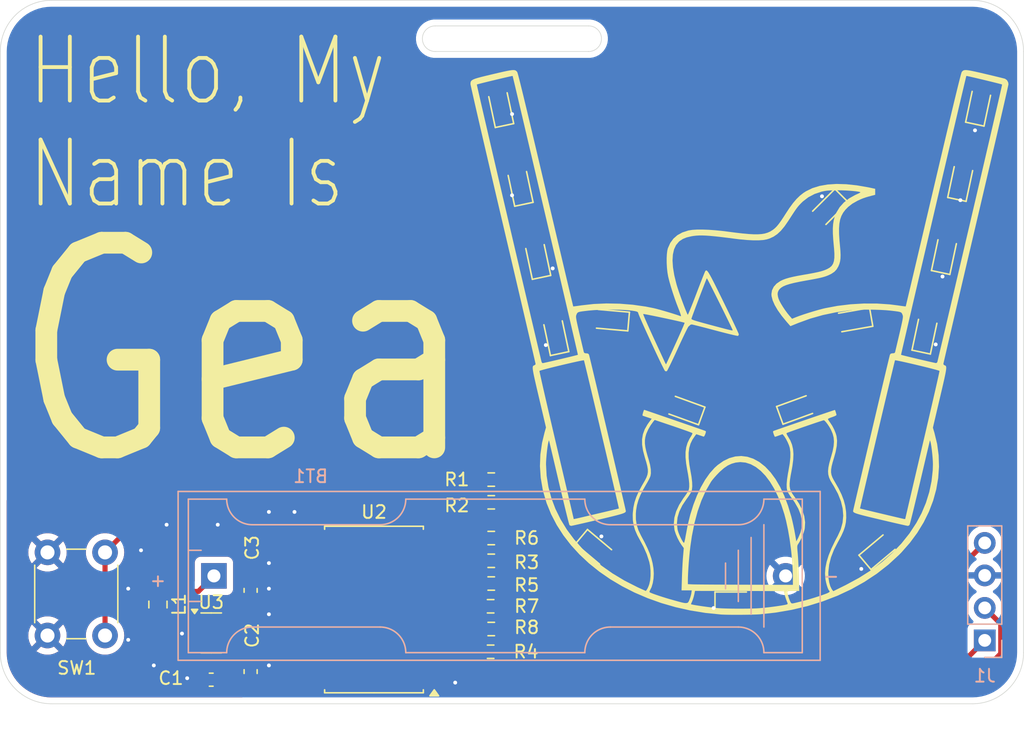
<source format=kicad_pcb>
(kicad_pcb (version 20240108) (generator "pcbnew") (generator_version "8.0")
  (layers (0 "F.Cu" signal) (31 "B.Cu" signal) (34 "B.Paste" user) (35 "F.Paste" user) (36 "B.SilkS" user "B.Silkscreen") (37 "F.SilkS" user "F.Silkscreen") (38 "B.Mask" user) (39 "F.Mask" user) (44 "Edge.Cuts" user))
  (net 0 "")
  (net 1 "Net-(BT1-+)")
  (net 2 "GND")
  (net 3 "+3.3V")
  (net 4 "Net-(D1-A)")
  (net 5 "/Mcu/pwm6")
  (net 6 "/Mcu/pwm7")
  (net 7 "/Mcu/pwm0")
  (net 8 "Net-(D10-A)")
  (net 9 "/Mcu/pwm1")
  (net 10 "/Mcu/pwm2")
  (net 11 "/Mcu/pwm3")
  (net 12 "/Mcu/pwm4")
  (net 13 "Net-(D13-A)")
  (net 14 "/Mcu/pwm5")
  (net 15 "/Mcu/UPDI_RSTN")
  (net 16 "/Mcu/UPDI_PROG")
  (net 21 "/Mcu/cathode0")
  (net 22 "/Mcu/cathode1")
  (net 23 "/Mcu/switch")
  (net 24 "Net-(D5-A)")
  (net 25 "Net-(D9-A)")
  (net 26 "Net-(D11-A)")
  (net 27 "Net-(D12-A)")
  (net 28 "Net-(D14-A)")
  (net 29 "Net-(U3-SW)")
  (footprint "Package_SO:SOIC-20W_7.5x12.8mm_P1.27mm" (layer "F.Cu") (at 69.215 87.63 180)
    (property "Reference" "U2" (at 0 7.62 0) (layer "F.SilkS"))
    (property "Value" "AVR16DD20-I/SO")
    (pad "1" smd roundrect (at -4.65 -5.715 180) (size 2.05 0.6) (layers "F.Cu" "F.Paste" "F.Mask") (net 2 "GND"))
    (pad "2" smd roundrect (at -4.65 -4.445 180) (size 2.05 0.6) (layers "F.Cu" "F.Paste" "F.Mask") (net 15 "/Mcu/UPDI_RSTN"))
    (pad "3" smd roundrect (at -4.65 -3.175 180) (size 2.05 0.6) (layers "F.Cu" "F.Paste" "F.Mask") (net 16 "/Mcu/UPDI_PROG"))
    (pad "4" smd roundrect (at -4.65 -1.905 180) (size 2.05 0.6) (layers "F.Cu" "F.Paste" "F.Mask") (net 7 "/Mcu/pwm0"))
    (pad "5" smd roundrect (at -4.65 -0.635 180) (size 2.05 0.6) (layers "F.Cu" "F.Paste" "F.Mask") (net 9 "/Mcu/pwm1"))
    (pad "6" smd roundrect (at -4.65 0.635 180) (size 2.05 0.6) (layers "F.Cu" "F.Paste" "F.Mask") (net 10 "/Mcu/pwm2"))
    (pad "7" smd roundrect (at -4.65 1.905 180) (size 2.05 0.6) (layers "F.Cu" "F.Paste" "F.Mask") (net 11 "/Mcu/pwm3"))
    (pad "8" smd roundrect (at -4.65 3.175 180) (size 2.05 0.6) (layers "F.Cu" "F.Paste" "F.Mask") (net 12 "/Mcu/pwm4"))
    (pad "9" smd roundrect (at -4.65 4.445 180) (size 2.05 0.6) (layers "F.Cu" "F.Paste" "F.Mask") (net 14 "/Mcu/pwm5"))
    (pad "10" smd roundrect (at -4.65 5.715 180) (size 2.05 0.6) (layers "F.Cu" "F.Paste" "F.Mask") (net 21 "/Mcu/cathode0"))
    (pad "11" smd roundrect (at 4.65 5.715 180) (size 2.05 0.6) (layers "F.Cu" "F.Paste" "F.Mask") (net 22 "/Mcu/cathode1"))
    (pad "12" smd roundrect (at 4.65 4.445 180) (size 2.05 0.6) (layers "F.Cu" "F.Paste" "F.Mask") (net 23 "/Mcu/switch"))
    (pad "13" smd roundrect (at 4.65 3.175 180) (size 2.05 0.6) (layers "F.Cu" "F.Paste" "F.Mask"))
    (pad "14" smd roundrect (at 4.65 1.905 180) (size 2.05 0.6) (layers "F.Cu" "F.Paste" "F.Mask"))
    (pad "15" smd roundrect (at 4.65 0.635 180) (size 2.05 0.6) (layers "F.Cu" "F.Paste" "F.Mask") (net 3 "+3.3V"))
    (pad "16" smd roundrect (at 4.65 -0.635 180) (size 2.05 0.6) (layers "F.Cu" "F.Paste" "F.Mask") (net 5 "/Mcu/pwm6"))
    (pad "17" smd roundrect (at 4.65 -1.905 180) (size 2.05 0.6) (layers "F.Cu" "F.Paste" "F.Mask") (net 6 "/Mcu/pwm7"))
    (pad "18" smd roundrect (at 4.65 -3.175 180) (size 2.05 0.6) (layers "F.Cu" "F.Paste" "F.Mask"))
    (pad "19" smd roundrect (at 4.65 -4.445 180) (size 2.05 0.6) (layers "F.Cu" "F.Paste" "F.Mask"))
    (pad "20" smd roundrect (at 4.65 -5.715 180) (size 2.05 0.6) (layers "F.Cu" "F.Paste" "F.Mask") (net 3 "+3.3V"))
  )
  (footprint "LED_SMD:LED_0603_1608Metric_Pad1.05x0.95mm_HandSolder" (layer "F.Cu") (at 112.340077 65.879879 78)
    (property "Reference" "D8" (hide yes))
    (property "Value" "LTST-C190KFKT")
    (pad "1" smd roundrect (at -0.875 0 78) (size 1.05 0.95) (layers "F.Cu" "F.Paste" "F.Mask") (net 2 "GND"))
    (pad "2" smd roundrect (at 0.875 0 78) (size 1.05 0.95) (layers "F.Cu" "F.Paste" "F.Mask") (net 24 "Net-(D5-A)"))
  )
  (footprint "Resistor_SMD:R_0603_1608Metric_Pad0.98x0.95mm_HandSolder" (layer "F.Cu") (at 78.3825 85.598)
    (property "Reference" "R5" (at 2.7705 0.127 0) (layer "F.SilkS"))
    (property "Value" "300")
    (pad "1" smd roundrect (at -0.9125 0) (size 0.975 0.95) (layers "F.Cu" "F.Paste" "F.Mask") (net 11 "/Mcu/pwm3"))
    (pad "2" smd roundrect (at 0.9125 0) (size 0.975 0.95) (layers "F.Cu" "F.Paste" "F.Mask") (net 28 "Net-(D14-A)"))
  )
  (footprint "LED_SMD:LED_0603_1608Metric_Pad1.05x0.95mm_HandSolder" (layer "F.Cu") (at 93.278231 71.927268 160)
    (property "Reference" "D16" (hide yes))
    (property "Value" "SMLD12E2N1WT86")
    (pad "1" smd roundrect (at -0.875 0 160) (size 1.05 0.95) (layers "F.Cu" "F.Paste" "F.Mask") (net 21 "/Mcu/cathode0"))
    (pad "2" smd roundrect (at 0.875 0 160) (size 1.05 0.95) (layers "F.Cu" "F.Paste" "F.Mask") (net 27 "Net-(D12-A)"))
  )
  (footprint "LED_SMD:LED_0603_1608Metric_Pad1.05x0.95mm_HandSolder" (layer "F.Cu") (at 79.074323 48.166121 102)
    (property "Reference" "D1" (hide yes))
    (property "Value" "LTST-C190KFKT")
    (pad "1" smd roundrect (at -0.875 0 102) (size 1.05 0.95) (layers "F.Cu" "F.Paste" "F.Mask") (net 2 "GND"))
    (pad "2" smd roundrect (at 0.875 0 102) (size 1.05 0.95) (layers "F.Cu" "F.Paste" "F.Mask") (net 4 "Net-(D1-A)"))
  )
  (footprint "Package_TO_SOT_SMD:SOT-23-5" (layer "F.Cu") (at 56.4896 89.4588)
    (property "Reference" "U3" (at 0 -2.4 0) (layer "F.SilkS"))
    (property "Value" "TPS613226ADBVR")
    (pad "1" smd roundrect (at -1.1375 -0.95) (size 1.325 0.6) (layers "F.Cu" "F.Paste" "F.Mask") (net 29 "Net-(U3-SW)"))
    (pad "2" smd roundrect (at -1.1375 0) (size 1.325 0.6) (layers "F.Cu" "F.Paste" "F.Mask") (net 2 "GND"))
    (pad "3" smd roundrect (at -1.1375 0.95) (size 1.325 0.6) (layers "F.Cu" "F.Paste" "F.Mask"))
    (pad "4" smd roundrect (at 1.1375 0.95) (size 1.325 0.6) (layers "F.Cu" "F.Paste" "F.Mask") (net 3 "+3.3V"))
    (pad "5" smd roundrect (at 1.1375 -0.95) (size 1.325 0.6) (layers "F.Cu" "F.Paste" "F.Mask"))
  )
  (footprint "Capacitor_SMD:C_0603_1608Metric_Pad1.08x0.95mm_HandSolder" (layer "F.Cu") (at 59.57 92.4825 90)
    (property "Reference" "C2" (at 2.8205 0.12 90) (layer "F.SilkS"))
    (property "Value" "0.1u")
    (pad "1" smd roundrect (at -0.8625 0 90) (size 1.075 0.95) (layers "F.Cu" "F.Paste" "F.Mask") (net 3 "+3.3V"))
    (pad "2" smd roundrect (at 0.8625 0 90) (size 1.075 0.95) (layers "F.Cu" "F.Paste" "F.Mask") (net 2 "GND"))
  )
  (footprint "LED_SMD:LED_0603_1608Metric_Pad1.05x0.95mm_HandSolder" (layer "F.Cu") (at 104.5972 56.4388 -135)
    (property "Reference" "D9" (hide yes))
    (property "Value" "SMLD12E3N1WT86")
    (pad "1" smd roundrect (at -0.874999 0 225) (size 1.05 0.95) (layers "F.Cu" "F.Paste" "F.Mask") (net 2 "GND"))
    (pad "2" smd roundrect (at 0.874999 0 225) (size 1.05 0.95) (layers "F.Cu" "F.Paste" "F.Mask") (net 25 "Net-(D9-A)"))
  )
  (footprint "LED_SMD:LED_0603_1608Metric_Pad1.05x0.95mm_HandSolder" (layer "F.Cu") (at 113.864077 59.656879 78)
    (property "Reference" "D7" (hide yes))
    (property "Value" "LTST-C190KFKT")
    (pad "1" smd roundrect (at -0.875 0 78) (size 1.05 0.95) (layers "F.Cu" "F.Paste" "F.Mask") (net 2 "GND"))
    (pad "2" smd roundrect (at 0.875 0 78) (size 1.05 0.95) (layers "F.Cu" "F.Paste" "F.Mask") (net 24 "Net-(D5-A)"))
  )
  (footprint "LED_SMD:LED_0603_1608Metric_Pad1.05x0.95mm_HandSolder" (layer "F.Cu") (at 108.874289 82.876561 40)
    (property "Reference" "D13" (hide yes))
    (property "Value" "SMLD12E3N1WT86")
    (pad "1" smd roundrect (at -0.875 0 40) (size 1.05 0.95) (layers "F.Cu" "F.Paste" "F.Mask") (net 2 "GND"))
    (pad "2" smd roundrect (at 0.875 0 40) (size 1.05 0.95) (layers "F.Cu" "F.Paste" "F.Mask") (net 13 "Net-(D13-A)"))
  )
  (footprint "Capacitor_SMD:C_0603_1608Metric_Pad1.08x0.95mm_HandSolder" (layer "F.Cu") (at 56.4896 93.1164 180)
    (property "Reference" "C1" (at 3.1496 0.1164 180) (layer "F.SilkS"))
    (property "Value" "GMC10X5R226M10NT")
    (pad "1" smd roundrect (at -0.8625 0 180) (size 1.075 0.95) (layers "F.Cu" "F.Paste" "F.Mask") (net 3 "+3.3V"))
    (pad "2" smd roundrect (at 0.8625 0 180) (size 1.075 0.95) (layers "F.Cu" "F.Paste" "F.Mask") (net 2 "GND"))
  )
  (footprint "LED_SMD:LED_0603_1608Metric_Pad1.05x0.95mm_HandSolder" (layer "F.Cu") (at 97.536 86.995)
    (property "Reference" "D10" (hide yes))
    (property "Value" "SMLD12E3N1WT86")
    (pad "1" smd roundrect (at -0.875 0) (size 1.05 0.95) (layers "F.Cu" "F.Paste" "F.Mask") (net 2 "GND"))
    (pad "2" smd roundrect (at 0.875 0) (size 1.05 0.95) (layers "F.Cu" "F.Paste" "F.Mask") (net 8 "Net-(D10-A)"))
  )
  (footprint "LED_SMD:LED_0603_1608Metric_Pad1.05x0.95mm_HandSolder" (layer "F.Cu") (at 115.134077 53.941879 78)
    (property "Reference" "D6" (hide yes))
    (property "Value" "LTST-C190KFKT")
    (pad "1" smd roundrect (at -0.875 0 78) (size 1.05 0.95) (layers "F.Cu" "F.Paste" "F.Mask") (net 2 "GND"))
    (pad "2" smd roundrect (at 0.875 0 78) (size 1.05 0.95) (layers "F.Cu" "F.Paste" "F.Mask") (net 24 "Net-(D5-A)"))
  )
  (footprint "LED_SMD:LED_0603_1608Metric_Pad1.05x0.95mm_HandSolder" (layer "F.Cu") (at 116.5352 48.0568 78)
    (property "Reference" "D5" (hide yes))
    (property "Value" "LTST-C190KFKT")
    (pad "1" smd roundrect (at -0.875 0 78) (size 1.05 0.95) (layers "F.Cu" "F.Paste" "F.Mask") (net 2 "GND"))
    (pad "2" smd roundrect (at 0.875 0 78) (size 1.05 0.95) (layers "F.Cu" "F.Paste" "F.Mask") (net 24 "Net-(D5-A)"))
  )
  (footprint "Resistor_SMD:R_0603_1608Metric_Pad0.98x0.95mm_HandSolder" (layer "F.Cu") (at 78.3825 89.154)
    (property "Reference" "R8" (at 2.7705 -0.127 0) (layer "F.SilkS"))
    (property "Value" "300")
    (pad "1" smd roundrect (at -0.9125 0) (size 0.975 0.95) (layers "F.Cu" "F.Paste" "F.Mask") (net 9 "/Mcu/pwm1"))
    (pad "2" smd roundrect (at 0.9125 0) (size 0.975 0.95) (layers "F.Cu" "F.Paste" "F.Mask") (net 13 "Net-(D13-A)"))
  )
  (footprint "Button_Switch_THT:SW_PUSH_6mm_H4.3mm" (layer "F.Cu") (at 48.188 83.162 -90)
    (property "Reference" "SW1" (at 9.04 2.214 180) (layer "F.SilkS"))
    (property "Value" "TS02-66-43-BK-160-LCR-D")
    (pad "1" thru_hole circle (at 0 0) (size 2 2) (drill 1.1) (layers "*.Cu" "*.Mask") (net 23 "/Mcu/switch"))
    (pad "1" thru_hole circle (at 6.5 0) (size 2 2) (drill 1.1) (layers "*.Cu" "*.Mask") (net 23 "/Mcu/switch"))
    (pad "2" thru_hole circle (at 0 4.5) (size 2 2) (drill 1.1) (layers "*.Cu" "*.Mask") (net 2 "GND"))
    (pad "2" thru_hole circle (at 6.5 4.5) (size 2 2) (drill 1.1) (layers "*.Cu" "*.Mask") (net 2 "GND"))
  )
  (footprint "LED_SMD:LED_0603_1608Metric_Pad1.05x0.95mm_HandSolder" (layer "F.Cu") (at 87.469879 64.969077 175)
    (property "Reference" "D12" (hide yes))
    (property "Value" "SMLD12E3N1WT86")
    (pad "1" smd roundrect (at -0.875001 0 175) (size 1.05 0.95) (layers "F.Cu" "F.Paste" "F.Mask") (net 22 "/Mcu/cathode1"))
    (pad "2" smd roundrect (at 0.875001 0 175) (size 1.05 0.95) (layers "F.Cu" "F.Paste" "F.Mask") (net 27 "Net-(D12-A)"))
  )
  (footprint "LED_SMD:LED_0603_1608Metric_Pad1.05x0.95mm_HandSolder" (layer "F.Cu") (at 81.969923 60.037879 102)
    (property "Reference" "D3" (hide yes))
    (property "Value" "LTST-C190KFKT")
    (pad "1" smd roundrect (at -0.875 0 102) (size 1.05 0.95) (layers "F.Cu" "F.Paste" "F.Mask") (net 2 "GND"))
    (pad "2" smd roundrect (at 0.875 0 102) (size 1.05 0.95) (layers "F.Cu" "F.Paste" "F.Mask") (net 4 "Net-(D1-A)"))
  )
  (footprint "LED_SMD:LED_0603_1608Metric_Pad1.05x0.95mm_HandSolder" (layer "F.Cu") (at 83.384077 65.996921 102)
    (property "Reference" "D4" (hide yes))
    (property "Value" "LTST-C190KFKT")
    (pad "1" smd roundrect (at -0.875 0 102) (size 1.05 0.95) (layers "F.Cu" "F.Paste" "F.Mask") (net 2 "GND"))
    (pad "2" smd roundrect (at 0.875 0 102) (size 1.05 0.95) (layers "F.Cu" "F.Paste" "F.Mask") (net 4 "Net-(D1-A)"))
  )
  (footprint "LED_SMD:LED_0603_1608Metric_Pad1.05x0.95mm_HandSolder" (layer "F.Cu") (at 80.590077 54.322879 102)
    (property "Reference" "D2" (hide yes))
    (property "Value" "LTST-C190KFKT")
    (pad "1" smd roundrect (at -0.875 0 102) (size 1.05 0.95) (layers "F.Cu" "F.Paste" "F.Mask") (net 2 "GND"))
    (pad "2" smd roundrect (at 0.875 0 102) (size 1.05 0.95) (layers "F.Cu" "F.Paste" "F.Mask") (net 4 "Net-(D1-A)"))
  )
  (footprint "Inductor_SMD:L_0805_2012Metric_Pad1.15x1.40mm_HandSolder" (layer "F.Cu") (at 52.324 87.24 -90)
    (property "Reference" "L1" (at 0 -1.65 -90) (layer "F.SilkS"))
    (property "Value" "WIP201612S-2R2MLDG")
    (pad "1" smd roundrect (at -1.025 0 270) (size 1.15 1.4) (layers "F.Cu" "F.Paste" "F.Mask") (roundrect_rratio 0.217391) (net 1 "Net-(BT1-+)"))
    (pad "2" smd roundrect (at 1.025 0 270) (size 1.15 1.4) (layers "F.Cu" "F.Paste" "F.Mask") (roundrect_rratio 0.217391) (net 29 "Net-(U3-SW)"))
  )
  (footprint "Resistor_SMD:R_0603_1608Metric_Pad0.98x0.95mm_HandSolder" (layer "F.Cu") (at 78.3825 82.042)
    (property "Reference" "R6" (at 2.7705 0 0) (layer "F.SilkS"))
    (property "Value" "300")
    (pad "1" smd roundrect (at -0.9125 0) (size 0.975 0.95) (layers "F.Cu" "F.Paste" "F.Mask") (net 14 "/Mcu/pwm5"))
    (pad "2" smd roundrect (at 0.9125 0) (size 0.975 0.95) (layers "F.Cu" "F.Paste" "F.Mask") (net 27 "Net-(D12-A)"))
  )
  (footprint "LED_SMD:LED_0603_1608Metric_Pad1.05x0.95mm_HandSolder" (layer "F.Cu") (at 86.705711 83.003561 -40)
    (property "Reference" "D14" (hide yes))
    (property "Value" "SMLD12E3N1WT86")
    (pad "1" smd roundrect (at -0.875 0 320) (size 1.05 0.95) (layers "F.Cu" "F.Paste" "F.Mask") (net 2 "GND"))
    (pad "2" smd roundrect (at 0.875 0 320) (size 1.05 0.95) (layers "F.Cu" "F.Paste" "F.Mask") (net 28 "Net-(D14-A)"))
  )
  (footprint "Resistor_SMD:R_0603_1608Metric_Pad0.98x0.95mm_HandSolder" (layer "F.Cu") (at 78.3355 87.376)
    (property "Reference" "R7" (at 2.8175 0 0) (layer "F.SilkS"))
    (property "Value" "300")
    (pad "1" smd roundrect (at -0.9125 0) (size 0.975 0.95) (layers "F.Cu" "F.Paste" "F.Mask") (net 10 "/Mcu/pwm2"))
    (pad "2" smd roundrect (at 0.9125 0) (size 0.975 0.95) (layers "F.Cu" "F.Paste" "F.Mask") (net 25 "Net-(D9-A)"))
  )
  (footprint "LED_SMD:LED_0603_1608Metric_Pad1.05x0.95mm_HandSolder" (layer "F.Cu") (at 106.453293 65.048942 -170)
    (property "Reference" "D11" (hide yes))
    (property "Value" "SMLD12E3N1WT86")
    (pad "1" smd roundrect (at -0.875 0 190) (size 1.05 0.95) (layers "F.Cu" "F.Paste" "F.Mask") (net 22 "/Mcu/cathode1"))
    (pad "2" smd roundrect (at 0.875 0 190) (size 1.05 0.95) (layers "F.Cu" "F.Paste" "F.Mask") (net 26 "Net-(D11-A)"))
  )
  (footprint "Graphics:Wisp_Graphic" (layer "F.Cu") (at 97.79 67.31)
    (property "Reference" "G***" (hide yes))
    (property "Value" "LOGO" (hide yes))
  )
  (footprint "LED_SMD:LED_0603_1608Metric_Pad1.05x0.95mm_HandSolder" (layer "F.Cu") (at 102.503 71.882 20)
    (property "Reference" "D15" (hide yes))
    (property "Value" "SMLD12E2N1WT86")
    (pad "1" smd roundrect (at -0.875 -0.000001 20) (size 1.05 0.95) (layers "F.Cu" "F.Paste" "F.Mask") (net 21 "/Mcu/cathode0"))
    (pad "2" smd roundrect (at 0.875 0.000001 20) (size 1.05 0.95) (layers "F.Cu" "F.Paste" "F.Mask") (net 26 "Net-(D11-A)"))
  )
  (footprint "Resistor_SMD:R_0603_1608Metric_Pad0.98x0.95mm_HandSolder" (layer "F.Cu") (at 78.3825 77.47)
    (property "Reference" "R1" (at -2.6905 0 0) (layer "F.SilkS"))
    (property "Value" "47")
    (pad "1" smd roundrect (at -0.9125 0) (size 0.975 0.95) (layers "F.Cu" "F.Paste" "F.Mask") (net 5 "/Mcu/pwm6"))
    (pad "2" smd roundrect (at 0.9125 0) (size 0.975 0.95) (layers "F.Cu" "F.Paste" "F.Mask") (net 4 "Net-(D1-A)"))
  )
  (footprint "Resistor_SMD:R_0603_1608Metric_Pad0.98x0.95mm_HandSolder" (layer "F.Cu") (at 78.3825 79.248)
    (property "Reference" "R2" (at -2.6905 0.254 0) (layer "F.SilkS"))
    (property "Value" "47")
    (pad "1" smd roundrect (at -0.9125 0) (size 0.975 0.95) (layers "F.Cu" "F.Paste" "F.Mask") (net 6 "/Mcu/pwm7"))
    (pad "2" smd roundrect (at 0.9125 0) (size 0.975 0.95) (layers "F.Cu" "F.Paste" "F.Mask") (net 24 "Net-(D5-A)"))
  )
  (footprint "Resistor_SMD:R_0603_1608Metric_Pad0.98x0.95mm_HandSolder" (layer "F.Cu") (at 78.3355 90.932)
    (property "Reference" "R4" (at 2.7705 0 0) (layer "F.SilkS"))
    (property "Value" "300")
    (pad "1" smd roundrect (at -0.9125 0) (size 0.975 0.95) (layers "F.Cu" "F.Paste" "F.Mask") (net 7 "/Mcu/pwm0"))
    (pad "2" smd roundrect (at 0.9125 0) (size 0.975 0.95) (layers "F.Cu" "F.Paste" "F.Mask") (net 8 "Net-(D10-A)"))
  )
  (footprint "Resistor_SMD:R_0603_1608Metric_Pad0.98x0.95mm_HandSolder" (layer "F.Cu") (at 78.3825 83.82)
    (property "Reference" "R3" (at 2.7705 0.127 0) (layer "F.SilkS"))
    (property "Value" "300")
    (pad "1" smd roundrect (at -0.9125 0) (size 0.975 0.95) (layers "F.Cu" "F.Paste" "F.Mask") (net 12 "/Mcu/pwm4"))
    (pad "2" smd roundrect (at 0.9125 0) (size 0.975 0.95) (layers "F.Cu" "F.Paste" "F.Mask") (net 26 "Net-(D11-A)"))
  )
  (footprint "Capacitor_SMD:C_0603_1608Metric_Pad1.08x0.95mm_HandSolder" (layer "F.Cu") (at 59.57 86.1325 90)
    (property "Reference" "C3" (at 3.3285 0.12 90) (layer "F.SilkS"))
    (property "Value" "0.1u")
    (pad "1" smd roundrect (at -0.8625 0 90) (size 1.075 0.95) (layers "F.Cu" "F.Paste" "F.Mask") (net 3 "+3.3V"))
    (pad "2" smd roundrect (at 0.8625 0 90) (size 1.075 0.95) (layers "F.Cu" "F.Paste" "F.Mask") (net 2 "GND"))
  )
  (footprint "Connector_PinSocket_2.54mm:PinSocket_1x04_P2.54mm_Vertical" (layer "B.Cu") (at 116.967 90.043)
    (property "Reference" "J1" (at 0 2.77 0) (layer "B.SilkS") (effects (justify mirror)))
    (property "Value" "Conn_01x04")
    (pad "1" thru_hole rect (at 0 0) (size 1.7 1.7) (drill 1) (layers "*.Cu" "*.Mask") (net 15 "/Mcu/UPDI_RSTN"))
    (pad "2" thru_hole oval (at 0 -2.54) (size 1.7 1.7) (drill 1) (layers "*.Cu" "*.Mask") (net 3 "+3.3V"))
    (pad "3" thru_hole oval (at 0 -5.08) (size 1.7 1.7) (drill 1) (layers "*.Cu" "*.Mask") (net 2 "GND"))
    (pad "4" thru_hole oval (at 0 -7.62) (size 1.7 1.7) (drill 1) (layers "*.Cu" "*.Mask") (net 16 "/Mcu/UPDI_PROG"))
  )
  (footprint "Battery:BatteryHolder_Keystone_2466_1xAAA" (layer "B.Cu") (at 56.7 85)
    (property "Reference" "BT1" (at 7.562 -7.784 0) (layer "B.SilkS") (effects (justify mirror)))
    (property "Value" "Keystone Electronics 2466")
    (fp_text user "-" (at 48.26 0 0) (layer "B.SilkS") (effects (justify mirror)))
    (fp_text user "+" (at -4.376 0.344 0) (layer "B.SilkS") (effects (justify mirror)))
    (pad "1" thru_hole rect (at 0 0) (size 2 2) (drill 1.02) (layers "*.Cu" "*.Mask") (net 1 "Net-(BT1-+)"))
    (pad "2" thru_hole circle (at 44.7 0) (size 2 2) (drill 1.02) (layers "*.Cu" "*.Mask") (net 2 "GND"))
  )
  (gr_line (start 44 95) (end 116 95) (stroke (width 0.05)) (layer "Edge.Cuts"))
  (gr_line (start 40 44) (end 40 91) (stroke (width 0.05)) (layer "Edge.Cuts"))
  (gr_arc (start 120 91) (mid 118.828427 93.828427) (end 116 95) (stroke (width 0.05)) (layer "Edge.Cuts"))
  (gr_line (start 74 44) (end 86 44) (stroke (width 0.05)) (layer "Edge.Cuts"))
  (gr_arc (start 116 40) (mid 118.828427 41.171573) (end 120 44) (stroke (width 0.05)) (layer "Edge.Cuts"))
  (gr_arc (start 74 44) (mid 73 43) (end 74 42) (stroke (width 0.05)) (layer "Edge.Cuts"))
  (gr_line (start 74 42) (end 86 42) (stroke (width 0.05)) (layer "Edge.Cuts"))
  (gr_arc (start 40 44) (mid 41.171573 41.171573) (end 44 40) (stroke (width 0.05)) (layer "Edge.Cuts"))
  (gr_arc (start 44 95) (mid 41.171573 93.828427) (end 40 91) (stroke (width 0.05)) (layer "Edge.Cuts"))
  (gr_line (start 116 40) (end 44 40) (stroke (width 0.05)) (layer "Edge.Cuts"))
  (gr_line (start 120 91) (end 120 44) (stroke (width 0.05)) (layer "Edge.Cuts"))
  (gr_arc (start 86 42) (mid 87 43) (end 86 44) (stroke (width 0.05)) (layer "Edge.Cuts"))
  (gr_text "Hello, My \nName Is" (at 42 56.515 0) (layer "F.SilkS") (effects (font (size 5 4) (thickness 0.3) (bold yes)) (justify left bottom)))
  (gr_text "Gea" (at 40 77 0) (layer "F.SilkS") (effects (font (size 16 13) (thickness 1.7)) (justify left bottom)))
  (segment (start 55.485 86.215) (end 56.7 85) (width 0.4) (layer "F.Cu") (net 1))
  (segment (start 52.324 86.215) (end 55.485 86.215) (width 0.4) (layer "F.Cu") (net 1))
  (segment (start 113.682154 60.512758) (end 113.682154 61.577846) (width 0.4) (layer "F.Cu") (net 2))
  (segment (start 55.6271 93.1164) (end 54.6608 93.1164) (width 0.7) (layer "F.Cu") (net 2))
  (segment (start 112.158154 66.735758) (end 112.963758 66.735758) (width 0.4) (layer "F.Cu") (net 2))
  (segment (start 80.772 55.178758) (end 80.076242 55.178758) (width 0.4) (layer "F.Cu") (net 2))
  (segment (start 114.952154 54.797758) (end 114.952154 55.516154) (width 0.4) (layer "F.Cu") (net 2))
  (segment (start 59.57 84.194) (end 59.69 84.074) (width 0.7) (layer "F.Cu") (net 2))
  (segment (start 114.952154 55.516154) (end 115.062 55.626) (width 0.4) (layer "F.Cu") (net 2))
  (segment (start 96.28852 86.995) (end 95.76926 87.51426) (width 0.4) (layer "F.Cu") (net 2))
  (segment (start 113.682154 61.577846) (end 113.665 61.595) (width 0.4) (layer "F.Cu") (net 2))
  (segment (start 105.215918 55.820082) (end 104.740482 55.820082) (width 0.4) (layer "F.Cu") (net 2))
  (segment (start 59.57 91.62) (end 59.57 90.812) (width 0.7) (layer "F.Cu") (net 2))
  (segment (start 79.121 49.022) (end 79.883 49.022) (width 0.4) (layer "F.Cu") (net 2))
  (segment (start 108.204 83.566) (end 107.315 84.455) (width 0.4) (layer "F.Cu") (net 2))
  (segment (start 82.151846 60.893758) (end 83.118758 60.893758) (width 0.4) (layer "F.Cu") (net 2))
  (segment (start 96.661 86.995) (end 96.28852 86.995) (width 0.4) (layer "F.Cu") (net 2))
  (segment (start 86.468878 82.441122) (end 86.995 81.915) (width 0.4) (layer "F.Cu") (net 2))
  (segment (start 54.2544 89.4588) (end 54.2036 89.5096) (width 0.7) (layer "F.Cu") (net 2))
  (segment (start 80.076242 55.178758) (end 80.01 55.245) (width 0.4) (layer "F.Cu") (net 2))
  (segment (start 86.035422 82.441122) (end 86.468878 82.441122) (width 0.4) (layer "F.Cu") (net 2))
  (segment (start 59.57 90.812) (end 59.436 90.678) (width 0.7) (layer "F.Cu") (net 2))
  (segment (start 82.7532 66.8528) (end 82.6516 66.9544) (width 0.4) (layer "F.Cu") (net 2))
  (segment (start 79.883 49.022) (end 80.01 48.895) (width 0.4) (layer "F.Cu") (net 2))
  (segment (start 55.3521 89.4588) (end 54.2544 89.4588) (width 0.7) (layer "F.Cu") (net 2))
  (segment (start 112.963758 66.735758) (end 113.1316 66.9036) (width 0.4) (layer "F.Cu") (net 2))
  (segment (start 83.118758 60.893758) (end 83.185 60.96) (width 0.4) (layer "F.Cu") (net 2))
  (segment (start 104.740482 55.820082) (end 104.2416 55.3212) (width 0.4) (layer "F.Cu") (net 2))
  (segment (start 108.204 83.439) (end 108.204 83.566) (width 0.4) (layer "F.Cu") (net 2))
  (segment (start 83.566 66.8528) (end 82.7532 66.8528) (width 0.4) (layer "F.Cu") (net 2))
  (segment (start 73.865 93.345) (end 75.565 93.345) (width 0.4) (layer "F.Cu") (net 2))
  (segment (start 59.57 85.27) (end 59.57 84.194) (width 0.7) (layer "F.Cu") (net 2))
  (segment (start 116.205 48.895) (end 116.205 50.165) (width 0.4) (layer "F.Cu") (net 2))
  (via (at 115.062 55.626) (size 0.6) (drill 0.3) (layers "F.Cu" "B.Cu") (net 2))
  (via (at 116.205 50.165) (size 0.6) (drill 0.3) (layers "F.Cu" "B.Cu") (net 2))
  (via (at 61 80) (size 0.6) (drill 0.3) (layers "F.Cu" "B.Cu") (net 2))
  (via (at 61 92) (size 0.6) (drill 0.3) (layers "F.Cu" "B.Cu") (net 2))
  (via (at 61 86) (size 0.6) (drill 0.3) (layers "F.Cu" "B.Cu") (net 2))
  (via (at 61 88) (size 0.6) (drill 0.3) (layers "F.Cu" "B.Cu") (net 2))
  (via (at 51 83) (size 0.6) (drill 0.3) (layers "F.Cu" "B.Cu") (net 2))
  (via (at 86.995 81.915) (size 0.6) (drill 0.3) (layers "F.Cu" "B.Cu") (net 2))
  (via (at 95.76926 87.51426) (size 0.6) (drill 0.3) (layers "F.Cu" "B.Cu") (net 2))
  (via (at 63 80) (size 0.6) (drill 0.3) (layers "F.Cu" "B.Cu") (net 2))
  (via (at 75.565 93.345) (size 0.6) (drill 0.3) (layers "F.Cu" "B.Cu") (net 2))
  (via (at 80.01 55.245) (size 0.6) (drill 0.3) (layers "F.Cu" "B.Cu") (net 2))
  (via (at 107.315 84.455) (size 0.6) (drill 0.3) (layers "F.Cu" "B.Cu") (net 2))
  (via (at 52 92) (size 0.6) (drill 0.3) (layers "F.Cu" "B.Cu") (net 2))
  (via (at 80.01 48.895) (size 0.6) (drill 0.3) (layers "F.Cu" "B.Cu") (net 2))
  (via (at 82.6516 66.9544) (size 0.6) (drill 0.3) (layers "F.Cu" "B.Cu") (net 2))
  (via (at 54.2036 89.5096) (size 0.6) (drill 0.3) (layers "F.Cu" "B.Cu") (net 2))
  (via (at 83.185 60.96) (size 0.6) (drill 0.3) (layers "F.Cu" "B.Cu") (net 2))
  (via (at 50 86) (size 0.6) (drill 0.3) (layers "F.Cu" "B.Cu") (net 2))
  (via (at 54.61 93) (size 0.6) (drill 0.3) (layers "F.Cu" "B.Cu") (net 2))
  (via (at 57 81) (size 0.6) (drill 0.3) (layers "F.Cu" "B.Cu") (net 2))
  (via (at 104.2416 55.3212) (size 0.6) (drill 0.3) (layers "F.Cu" "B.Cu") (net 2))
  (via (at 53 81) (size 0.6) (drill 0.3) (layers "F.Cu" "B.Cu") (net 2))
  (via (at 61 84) (size 0.6) (drill 0.3) (layers "F.Cu" "B.Cu") (net 2))
  (via (at 50 90) (size 0.6) (drill 0.3) (layers "F.Cu" "B.Cu") (net 2))
  (via (at 113.665 61.595) (size 0.6) (drill 0.3) (layers "F.Cu" "B.Cu") (net 2))
  (via (at 113.1316 66.9036) (size 0.6) (drill 0.3) (layers "F.Cu" "B.Cu") (net 2))
  (segment (start 57.6271 92.8179) (end 57.227 93.218) (width 0.7) (layer "F.Cu") (net 3))
  (segment (start 118.217 88.753) (end 118.217 91.079) (width 0.4) (layer "F.Cu") (net 3))
  (segment (start 115.062 94.234) (end 65.454 94.234) (width 0.4) (layer "F.Cu") (net 3))
  (segment (start 57.6271 90.4088) (end 59.57 88.4659) (width 0.7) (layer "F.Cu") (net 3))
  (segment (start 118.217 91.079) (end 115.062 94.234) (width 0.4) (layer "F.Cu") (net 3))
  (segment (start 57.6271 90.4088) (end 57.6271 92.8179) (width 0.7) (layer "F.Cu") (net 3))
  (segment (start 59.57 88.4659) (end 59.57 86.995) (width 0.7) (layer "F.Cu") (net 3))
  (segment (start 59.57 86.995) (end 64.565 86.995) (width 0.7) (layer "F.Cu") (net 3))
  (segment (start 57.227 93.218) (end 59.443 93.218) (width 0.7) (layer "F.Cu") (net 3))
  (segment (start 59.443 93.218) (end 59.57 93.345) (width 0.7) (layer "F.Cu") (net 3))
  (segment (start 65.454 94.234) (end 64.565 93.345) (width 0.4) (layer "F.Cu") (net 3))
  (segment (start 116.967 87.503) (end 118.217 88.753) (width 0.4) (layer "F.Cu") (net 3))
  (segment (start 59.57 93.345) (end 64.565 93.345) (width 0.7) (layer "F.Cu") (net 3))
  (segment (start 80.893766 53.467) (end 80.408154 53.467) (width 0.4) (layer "F.Cu") (net 4))
  (segment (start 81.788 59.182) (end 81.788 54.361234) (width 0.4) (layer "F.Cu") (net 4))
  (segment (start 79.215642 68.993358) (end 79.215642 77.390642) (width 0.4) (layer "F.Cu") (net 4))
  (segment (start 79.215642 77.390642) (end 79.295 77.47) (width 0.4) (layer "F.Cu") (net 4))
  (segment (start 80.408154 53.467) (end 80.408154 52.468154) (width 0.4) (layer "F.Cu") (net 4))
  (segment (start 80.408154 52.468154) (end 78.190817 50.250817) (width 0.4) (layer "F.Cu") (net 4))
  (segment (start 81.221663 63.314663) (end 83.058 65.151) (width 0.4) (layer "F.Cu") (net 4))
  (segment (start 81.221663 59.748337) (end 81.221663 63.314663) (width 0.4) (layer "F.Cu") (net 4))
  (segment (start 79.215642 68.993358) (end 83.058 65.151) (width 0.4) (layer "F.Cu") (net 4))
  (segment (start 81.788 54.361234) (end 80.893766 53.467) (width 0.4) (layer "F.Cu") (net 4))
  (segment (start 78.190817 50.250817) (end 78.190817 47.876579) (width 0.4) (layer "F.Cu") (net 4))
  (segment (start 78.190817 47.876579) (end 78.757154 47.310242) (width 0.4) (layer "F.Cu") (net 4))
  (segment (start 81.788 59.182) (end 81.221663 59.748337) (width 0.4) (layer "F.Cu") (net 4))
  (segment (start 65.589999 88.265) (end 71.84 82.014999) (width 0.4) (layer "F.Cu") (net 5))
  (segment (start 75.654498 77.47) (end 77.47 77.47) (width 0.4) (layer "F.Cu") (net 5))
  (segment (start 64.565 88.265) (end 65.589999 88.265) (width 0.4) (layer "F.Cu") (net 5))
  (segment (start 71.84 81.284498) (end 75.654498 77.47) (width 0.4) (layer "F.Cu") (net 5))
  (segment (start 71.84 82.014999) (end 71.84 81.284498) (width 0.4) (layer "F.Cu") (net 5))
  (segment (start 72.44 81.533026) (end 72.44 82.5) (width 0.4) (layer "F.Cu") (net 6))
  (segment (start 65.405 89.535) (end 64.565 89.535) (width 0.4) (layer "F.Cu") (net 6))
  (segment (start 74.725026 79.248) (end 72.44 81.533026) (width 0.4) (layer "F.Cu") (net 6))
  (segment (start 77.47 79.248) (end 74.725026 79.248) (width 0.4) (layer "F.Cu") (net 6))
  (segment (start 72.44 82.5) (end 65.405 89.535) (width 0.4) (layer "F.Cu") (net 6))
  (segment (start 77.423 90.932) (end 76.026 89.535) (width 0.4) (layer "F.Cu") (net 7))
  (segment (start 76.026 89.535) (end 73.865 89.535) (width 0.4) (layer "F.Cu") (net 7))
  (segment (start 98.411 86.995) (end 94.474 90.932) (width 0.4) (layer "F.Cu") (net 8))
  (segment (start 94.474 90.932) (end 79.248 90.932) (width 0.4) (layer "F.Cu") (net 8))
  (segment (start 77.47 89.154) (end 76.581 88.265) (width 0.4) (layer "F.Cu") (net 9))
  (segment (start 76.581 88.265) (end 73.865 88.265) (width 0.4) (layer "F.Cu") (net 9))
  (segment (start 77.423 87.376) (end 74.246 87.376) (width 0.4) (layer "F.Cu") (net 10))
  (segment (start 74.246 87.376) (end 73.865 86.995) (width 0.4) (layer "F.Cu") (net 10))
  (segment (start 77.47 85.598) (end 73.992 85.598) (width 0.4) (layer "F.Cu") (net 11))
  (segment (start 73.992 85.598) (end 73.865 85.725) (width 0.4) (layer "F.Cu") (net 11))
  (segment (start 77.47 83.82) (end 76.835 84.455) (width 0.4) (layer "F.Cu") (net 12))
  (segment (start 76.835 84.455) (end 73.865 84.455) (width 0.4) (layer "F.Cu") (net 12))
  (segment (start 93.068858 89.154) (end 99.908736 82.314122) (width 0.4) (layer "F.Cu") (net 13))
  (segment (start 79.295 89.154) (end 93.068858 89.154) (width 0.4) (layer "F.Cu") (net 13))
  (segment (start 99.908736 82.314122) (end 109.544578 82.314122) (width 0.4) (layer "F.Cu") (net 13))
  (segment (start 77.47 82.042) (end 76.327 83.185) (width 0.4) (layer "F.Cu") (net 14))
  (segment (start 76.327 83.185) (end 73.865 83.185) (width 0.4) (layer "F.Cu") (net 14))
  (segment (start 114.415 92.595) (end 74.385 92.595) (width 0.4) (layer "F.Cu") (net 15))
  (segment (start 74.385 92.595) (end 73.865 92.075) (width 0.4) (layer "F.Cu") (net 15))
  (segment (start 116.967 90.043) (end 114.415 92.595) (width 0.4) (layer "F.Cu") (net 15))
  (segment (start 74.549 90.805) (end 73.865 90.805) (width 0.4) (layer "F.Cu") (net 16))
  (segment (start 116.967 82.423) (end 107.583 91.807) (width 0.4) (layer "F.Cu") (net 16))
  (segment (start 75.551 91.807) (end 74.549 90.805) (width 0.4) (layer "F.Cu") (net 16))
  (segment (start 107.583 91.807) (end 75.551 91.807) (width 0.4) (layer "F.Cu") (net 16))
  (segment (start 94.100462 72.226536) (end 93.735568 72.59143) (width 0.4) (layer "F.Cu") (net 21))
  (segment (start 78.774358 82.917) (end 78.4075 82.550142) (width 0.4) (layer "F.Cu") (net 21))
  (segment (start 78.4075 82.550142) (end 78.4075 81.583858) (width 0.4) (layer "F.Cu") (net 21))
  (segment (start 101.6355 72.226536) (end 101.680769 72.181267) (width 0.4) (layer "F.Cu") (net 21))
  (segment (start 74.613 81.167) (end 73.865 81.915) (width 0.4) (layer "F.Cu") (net 21))
  (segment (start 93.735568 72.59143) (end 90.141212 72.59143) (width 0.4) (layer "F.Cu") (net 21))
  (segment (start 90.141212 72.59143) (end 79.815642 82.917) (width 0.4) (layer "F.Cu") (net 21))
  (segment (start 78.4075 81.583858) (end 77.990642 81.167) (width 0.4) (layer "F.Cu") (net 21))
  (segment (start 79.815642 82.917) (end 78.774358 82.917) (width 0.4) (layer "F.Cu") (net 21))
  (segment (start 94.100462 72.226536) (end 101.6355 72.226536) (width 0.4) (layer "F.Cu") (net 21))
  (segment (start 77.990642 81.167) (end 74.613 81.167) (width 0.4) (layer "F.Cu") (net 21))
  (segment (start 93.541769 72.226536) (end 94.100462 72.226536) (width 0.4) (layer "F.Cu") (net 21))
  (segment (start 78.167821 76.772179) (end 78.3575 76.961858) (width 0.4) (layer "F.Cu") (net 22))
  (segment (start 78.3575 79.756) (end 78.7245 80.123) (width 0.4) (layer "F.Cu") (net 22))
  (segment (start 86.064298 63.992527) (end 87.288739 63.992527) (width 0.4) (layer "F.Cu") (net 22))
  (segment (start 69.885 76.595) (end 77.990642 76.595) (width 0.4) (layer "F.Cu") (net 22))
  (segment (start 89.107774 64.279114) (end 106.697114 64.279114) (width 0.4) (layer "F.Cu") (net 22))
  (segment (start 106.697114 64.279114) (end 107.315 64.897) (width 0.4) (layer "F.Cu") (net 22))
  (segment (start 64.565 81.915) (end 69.885 76.595) (width 0.4) (layer "F.Cu") (net 22))
  (segment (start 77.990642 76.595) (end 78.167821 76.772179) (width 0.4) (layer "F.Cu") (net 22))
  (segment (start 85.652468 64.404357) (end 86.064298 63.992527) (width 0.4) (layer "F.Cu") (net 22))
  (segment (start 87.288739 63.992527) (end 88.34155 65.045338) (width 0.4) (layer "F.Cu") (net 22))
  (segment (start 88.34155 65.045338) (end 89.107774 64.279114) (width 0.4) (layer "F.Cu") (net 22))
  (segment (start 85.652468 74.286174) (end 85.652468 64.404357) (width 0.4) (layer "F.Cu") (net 22))
  (segment (start 78.7245 80.123) (end 79.815642 80.123) (width 0.4) (layer "F.Cu") (net 22))
  (segment (start 78.3575 76.961858) (end 78.3575 79.756) (width 0.4) (layer "F.Cu") (net 22))
  (segment (start 79.815642 80.123) (end 85.652468 74.286174) (width 0.4) (layer "F.Cu") (net 22))
  (segment (start 64.565 83.185) (end 61.945001 83.185) (width 0.4) (layer "F.Cu") (net 23))
  (segment (start 48.188 83.162) (end 48.188 89.662) (width 0.4) (layer "F.Cu") (net 23))
  (segment (start 52.3052 79.0448) (end 48.188 83.162) (width 0.4) (layer "F.Cu") (net 23))
  (segment (start 48.211 83.185) (end 48.188 83.162) (width 0.4) (layer "F.Cu") (net 23))
  (segment (start 57.804801 79.0448) (end 52.3052 79.0448) (width 0.4) (layer "F.Cu") (net 23))
  (segment (start 61.945001 83.185) (end 57.804801 79.0448) (width 0.4) (layer "F.Cu") (net 23))
  (segment (start 114.612337 62.933663) (end 112.522 65.024) (width 0.4) (layer "F.Cu") (net 24))
  (segment (start 115.316 53.086) (end 117.28346 51.11854) (width 0.4) (layer "F.Cu") (net 24))
  (segment (start 114.830388 53.086) (end 114.692194 53.224194) (width 0.4) (layer "F.Cu") (net 24))
  (segment (start 114.046 58.801) (end 114.612337 59.367337) (width 0.4) (layer "F.Cu") (net 24))
  (segment (start 85.052468 73.490532) (end 85.052468 64.155829) (width 0.4) (layer "F.Cu") (net 24))
  (segment (start 117.28346 51.11854) (end 117.28346 47.767258) (width 0.4) (layer "F.Cu") (net 24))
  (segment (start 114.612337 59.367337) (end 114.612337 62.933663) (width 0.4) (layer "F.Cu") (net 24))
  (segment (start 85.052468 64.155829) (end 95.984103 53.224194) (width 0.4) (layer "F.Cu") (net 24))
  (segment (start 113.665 54.251388) (end 113.665 58.42) (width 0.4) (layer "F.Cu") (net 24))
  (segment (start 115.316 53.086) (end 114.830388 53.086) (width 0.4) (layer "F.Cu") (net 24))
  (segment (start 95.984103 53.224194) (end 114.692194 53.224194) (width 0.4) (layer "F.Cu") (net 24))
  (segment (start 114.692194 53.224194) (end 113.665 54.251388) (width 0.4) (layer "F.Cu") (net 24))
  (segment (start 117.28346 47.767258) (end 116.717123 47.200921) (width 0.4) (layer "F.Cu") (net 24))
  (segment (start 79.295 79.248) (end 85.052468 73.490532) (width 0.4) (layer "F.Cu") (net 24))
  (segment (start 113.665 58.42) (end 114.046 58.801) (width 0.4) (layer "F.Cu") (net 24))
  (segment (start 79.248 87.376) (end 92.456 87.376) (width 0.4) (layer "F.Cu") (net 25))
  (segment (start 109.474 62.553036) (end 103.978482 57.057518) (width 0.4) (layer "F.Cu") (net 25))
  (segment (start 109.474 70.358) (end 109.474 62.553036) (width 0.4) (layer "F.Cu") (net 25))
  (segment (start 92.456 87.376) (end 109.474 70.358) (width 0.4) (layer "F.Cu") (net 25))
  (segment (start 81.112528 83.82) (end 83.499374 81.433154) (width 0.4) (layer "F.Cu") (net 26))
  (segment (start 103.325231 72.088217) (end 103.325231 71.582733) (width 0.4) (layer "F.Cu") (net 26))
  (segment (start 105.591586 69.316378) (end 105.591586 65.200884) (width 0.4) (layer "F.Cu") (net 26))
  (segment (start 94.581809 73.152) (end 102.261448 73.152) (width 0.4) (layer "F.Cu") (net 26))
  (segment (start 79.295 83.82) (end 81.112528 83.82) (width 0.4) (layer "F.Cu") (net 26))
  (segment (start 103.325231 71.582733) (end 105.591586 69.316378) (width 0.4) (layer "F.Cu") (net 26))
  (segment (start 102.261448 73.152) (end 103.325231 72.088217) (width 0.4) (layer "F.Cu") (net 26))
  (segment (start 83.499374 81.433154) (end 86.300655 81.433154) (width 0.4) (layer "F.Cu") (net 26))
  (segment (start 86.300655 81.433154) (end 94.581809 73.152) (width 0.4) (layer "F.Cu") (net 26))
  (segment (start 92.456 70.750608) (end 86.598208 64.892816) (width 0.4) (layer "F.Cu") (net 27))
  (segment (start 92.456 71.628) (end 92.456 70.750608) (width 0.4) (layer "F.Cu") (net 27))
  (segment (start 89.709 71.628) (end 79.295 82.042) (width 0.4) (layer "F.Cu") (net 27))
  (segment (start 92.456 71.628) (end 89.709 71.628) (width 0.4) (layer "F.Cu") (net 27))
  (segment (start 87.376 83.566) (end 85.344 85.598) (width 0.4) (layer "F.Cu") (net 28))
  (segment (start 85.344 85.598) (end 79.295 85.598) (width 0.4) (layer "F.Cu") (net 28))
  (segment (start 52.5678 88.5088) (end 52.324 88.265) (width 0.4) (layer "F.Cu") (net 29))
  (segment (start 55.3521 88.5088) (end 52.5678 88.5088) (width 0.4) (layer "F.Cu") (net 29))
  (zone (net 2) (net_name "GND") (layer "F.Cu") (priority 1) (connect_pads (clearance 0.5)) (min_thickness 0.25) (fill yes (thermal_gap 0.5) (thermal_bridge_width 0.5))
    (polygon (pts (xy 40 95) (xy 40 79) (xy 66 79) (xy 66 95)))
  )
  (zone (net 2) (net_name "GND") (layer "B.Cu") (connect_pads (clearance 0.5)) (min_thickness 0.25) (fill yes (thermal_gap 0.5) (thermal_bridge_width 0.5))
    (polygon (pts (xy 40 40) (xy 40 95) (xy 120 95) (xy 120 40)))
  )
)
</source>
